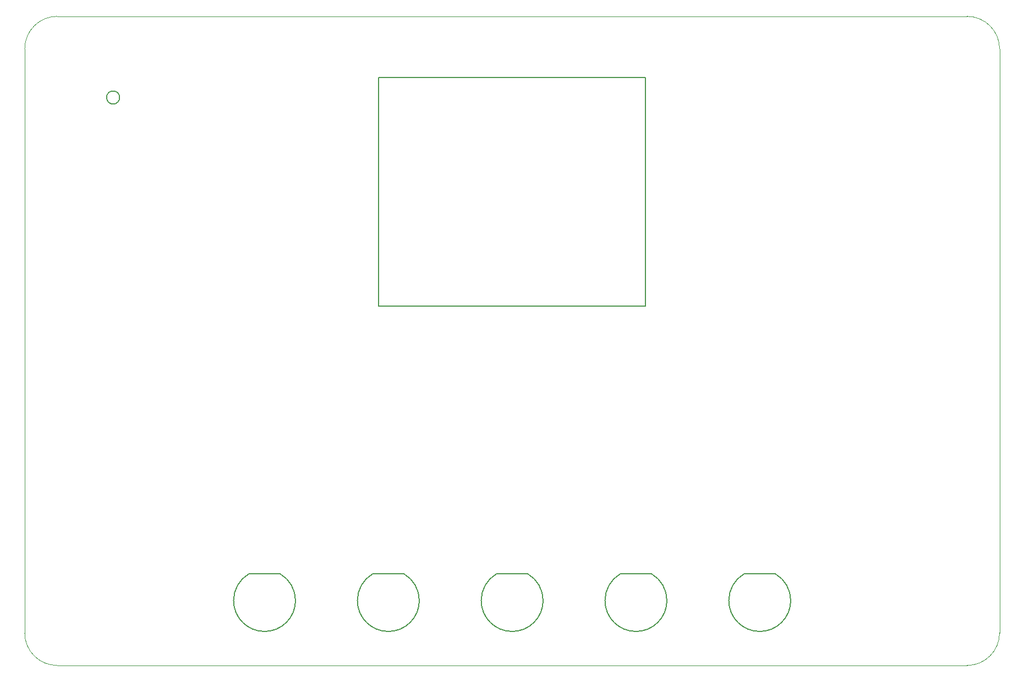
<source format=gm1>
G04 #@! TF.FileFunction,Profile,NP*
%FSLAX46Y46*%
G04 Gerber Fmt 4.6, Leading zero omitted, Abs format (unit mm)*
G04 Created by KiCad (PCBNEW (2015-06-26 BZR 5832)-product) date Samstag, 23. Juli 2016 'u05' 19:05:19*
%MOMM*%
G01*
G04 APERTURE LIST*
%ADD10C,0.150000*%
%ADD11C,0.100000*%
G04 APERTURE END LIST*
D10*
D11*
X215000000Y-145000000D02*
G75*
G03X220000000Y-140000000I0J5000000D01*
G01*
X220000000Y-50000000D02*
G75*
G03X215000000Y-45000000I-5000000J0D01*
G01*
X75000000Y-45000000D02*
G75*
G03X70000000Y-50000000I0J-5000000D01*
G01*
X70000000Y-140000000D02*
G75*
G03X75000000Y-145000000I5000000J0D01*
G01*
X75000000Y-145000000D02*
X215000000Y-145000000D01*
X70000000Y-50000000D02*
X70000000Y-140000000D01*
X220000000Y-50000000D02*
X220000000Y-140000000D01*
X215000000Y-45000000D02*
X75000000Y-45000000D01*
D10*
X165550000Y-54400000D02*
X124450000Y-54400000D01*
X124450000Y-54400000D02*
X124450000Y-89600000D01*
X124450000Y-89600000D02*
X165550000Y-89600000D01*
X165550000Y-89600000D02*
X165550000Y-54400000D01*
X84600000Y-57500000D02*
G75*
G03X84600000Y-57500000I-1000000J0D01*
G01*
X147385000Y-130875000D02*
X142615000Y-130875000D01*
X140235000Y-135000000D02*
G75*
G02X142617500Y-130873389I4765000J0D01*
G01*
X147382500Y-130873389D02*
G75*
G02X149765000Y-135000000I-2382500J-4126611D01*
G01*
X149765000Y-135000000D02*
G75*
G02X140235000Y-135000000I-4765000J0D01*
G01*
X185485000Y-130875000D02*
X180715000Y-130875000D01*
X178335000Y-135000000D02*
G75*
G02X180717500Y-130873389I4765000J0D01*
G01*
X185482500Y-130873389D02*
G75*
G02X187865000Y-135000000I-2382500J-4126611D01*
G01*
X187865000Y-135000000D02*
G75*
G02X178335000Y-135000000I-4765000J0D01*
G01*
X128335000Y-130875000D02*
X123565000Y-130875000D01*
X121185000Y-135000000D02*
G75*
G02X123567500Y-130873389I4765000J0D01*
G01*
X128332500Y-130873389D02*
G75*
G02X130715000Y-135000000I-2382500J-4126611D01*
G01*
X130715000Y-135000000D02*
G75*
G02X121185000Y-135000000I-4765000J0D01*
G01*
X109285000Y-130875000D02*
X104515000Y-130875000D01*
X102135000Y-135000000D02*
G75*
G02X104517500Y-130873389I4765000J0D01*
G01*
X109282500Y-130873389D02*
G75*
G02X111665000Y-135000000I-2382500J-4126611D01*
G01*
X111665000Y-135000000D02*
G75*
G02X102135000Y-135000000I-4765000J0D01*
G01*
X166435000Y-130875000D02*
X161665000Y-130875000D01*
X159285000Y-135000000D02*
G75*
G02X161667500Y-130873389I4765000J0D01*
G01*
X166432500Y-130873389D02*
G75*
G02X168815000Y-135000000I-2382500J-4126611D01*
G01*
X168815000Y-135000000D02*
G75*
G02X159285000Y-135000000I-4765000J0D01*
G01*
M02*

</source>
